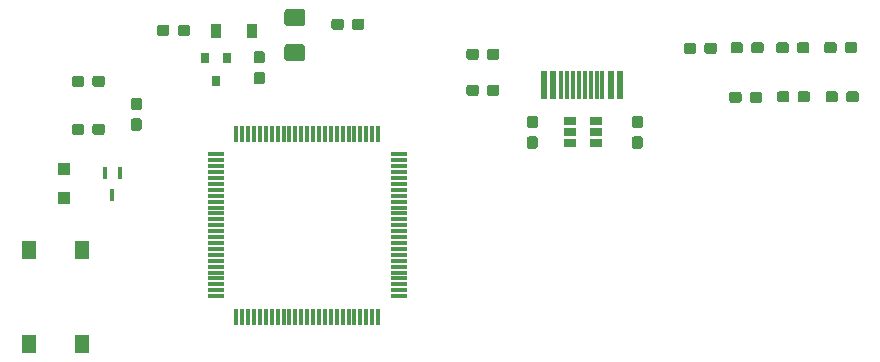
<source format=gbr>
G04 #@! TF.GenerationSoftware,KiCad,Pcbnew,(5.1.2-1)-1*
G04 #@! TF.CreationDate,2020-07-23T10:17:53-07:00*
G04 #@! TF.ProjectId,tiny-touch,74696e79-2d74-46f7-9563-682e6b696361,rev?*
G04 #@! TF.SameCoordinates,Original*
G04 #@! TF.FileFunction,Paste,Bot*
G04 #@! TF.FilePolarity,Positive*
%FSLAX46Y46*%
G04 Gerber Fmt 4.6, Leading zero omitted, Abs format (unit mm)*
G04 Created by KiCad (PCBNEW (5.1.2-1)-1) date 2020-07-23 10:17:53*
%MOMM*%
%LPD*%
G04 APERTURE LIST*
%ADD10R,1.300000X1.550000*%
%ADD11R,1.000000X1.000000*%
%ADD12R,0.600000X2.450000*%
%ADD13R,0.300000X2.450000*%
%ADD14R,1.060000X0.650000*%
%ADD15R,0.800000X0.900000*%
%ADD16C,0.100000*%
%ADD17C,0.950000*%
%ADD18R,0.400000X1.050000*%
%ADD19C,1.425000*%
%ADD20R,0.300000X1.475000*%
%ADD21R,1.475000X0.300000*%
%ADD22R,0.850000X1.200000*%
G04 APERTURE END LIST*
D10*
X119344000Y-71285000D03*
X114844000Y-71285000D03*
X114844000Y-63335000D03*
X119344000Y-63335000D03*
D11*
X117856000Y-56408000D03*
X117856000Y-58908000D03*
D12*
X164905000Y-49375000D03*
X158455000Y-49375000D03*
X164130000Y-49375000D03*
X159230000Y-49375000D03*
D13*
X159930000Y-49375000D03*
X163430000Y-49375000D03*
X160430000Y-49375000D03*
X162930000Y-49375000D03*
X160930000Y-49375000D03*
X162430000Y-49375000D03*
X161930000Y-49375000D03*
X161430000Y-49375000D03*
D14*
X160698000Y-53340000D03*
X160698000Y-52390000D03*
X160698000Y-54290000D03*
X162898000Y-54290000D03*
X162898000Y-53340000D03*
X162898000Y-52390000D03*
D15*
X130710000Y-49030000D03*
X131660000Y-47030000D03*
X129760000Y-47030000D03*
D16*
G36*
X166630779Y-51941144D02*
G01*
X166653834Y-51944563D01*
X166676443Y-51950227D01*
X166698387Y-51958079D01*
X166719457Y-51968044D01*
X166739448Y-51980026D01*
X166758168Y-51993910D01*
X166775438Y-52009562D01*
X166791090Y-52026832D01*
X166804974Y-52045552D01*
X166816956Y-52065543D01*
X166826921Y-52086613D01*
X166834773Y-52108557D01*
X166840437Y-52131166D01*
X166843856Y-52154221D01*
X166845000Y-52177500D01*
X166845000Y-52752500D01*
X166843856Y-52775779D01*
X166840437Y-52798834D01*
X166834773Y-52821443D01*
X166826921Y-52843387D01*
X166816956Y-52864457D01*
X166804974Y-52884448D01*
X166791090Y-52903168D01*
X166775438Y-52920438D01*
X166758168Y-52936090D01*
X166739448Y-52949974D01*
X166719457Y-52961956D01*
X166698387Y-52971921D01*
X166676443Y-52979773D01*
X166653834Y-52985437D01*
X166630779Y-52988856D01*
X166607500Y-52990000D01*
X166132500Y-52990000D01*
X166109221Y-52988856D01*
X166086166Y-52985437D01*
X166063557Y-52979773D01*
X166041613Y-52971921D01*
X166020543Y-52961956D01*
X166000552Y-52949974D01*
X165981832Y-52936090D01*
X165964562Y-52920438D01*
X165948910Y-52903168D01*
X165935026Y-52884448D01*
X165923044Y-52864457D01*
X165913079Y-52843387D01*
X165905227Y-52821443D01*
X165899563Y-52798834D01*
X165896144Y-52775779D01*
X165895000Y-52752500D01*
X165895000Y-52177500D01*
X165896144Y-52154221D01*
X165899563Y-52131166D01*
X165905227Y-52108557D01*
X165913079Y-52086613D01*
X165923044Y-52065543D01*
X165935026Y-52045552D01*
X165948910Y-52026832D01*
X165964562Y-52009562D01*
X165981832Y-51993910D01*
X166000552Y-51980026D01*
X166020543Y-51968044D01*
X166041613Y-51958079D01*
X166063557Y-51950227D01*
X166086166Y-51944563D01*
X166109221Y-51941144D01*
X166132500Y-51940000D01*
X166607500Y-51940000D01*
X166630779Y-51941144D01*
X166630779Y-51941144D01*
G37*
D17*
X166370000Y-52465000D03*
D16*
G36*
X166630779Y-53691144D02*
G01*
X166653834Y-53694563D01*
X166676443Y-53700227D01*
X166698387Y-53708079D01*
X166719457Y-53718044D01*
X166739448Y-53730026D01*
X166758168Y-53743910D01*
X166775438Y-53759562D01*
X166791090Y-53776832D01*
X166804974Y-53795552D01*
X166816956Y-53815543D01*
X166826921Y-53836613D01*
X166834773Y-53858557D01*
X166840437Y-53881166D01*
X166843856Y-53904221D01*
X166845000Y-53927500D01*
X166845000Y-54502500D01*
X166843856Y-54525779D01*
X166840437Y-54548834D01*
X166834773Y-54571443D01*
X166826921Y-54593387D01*
X166816956Y-54614457D01*
X166804974Y-54634448D01*
X166791090Y-54653168D01*
X166775438Y-54670438D01*
X166758168Y-54686090D01*
X166739448Y-54699974D01*
X166719457Y-54711956D01*
X166698387Y-54721921D01*
X166676443Y-54729773D01*
X166653834Y-54735437D01*
X166630779Y-54738856D01*
X166607500Y-54740000D01*
X166132500Y-54740000D01*
X166109221Y-54738856D01*
X166086166Y-54735437D01*
X166063557Y-54729773D01*
X166041613Y-54721921D01*
X166020543Y-54711956D01*
X166000552Y-54699974D01*
X165981832Y-54686090D01*
X165964562Y-54670438D01*
X165948910Y-54653168D01*
X165935026Y-54634448D01*
X165923044Y-54614457D01*
X165913079Y-54593387D01*
X165905227Y-54571443D01*
X165899563Y-54548834D01*
X165896144Y-54525779D01*
X165895000Y-54502500D01*
X165895000Y-53927500D01*
X165896144Y-53904221D01*
X165899563Y-53881166D01*
X165905227Y-53858557D01*
X165913079Y-53836613D01*
X165923044Y-53815543D01*
X165935026Y-53795552D01*
X165948910Y-53776832D01*
X165964562Y-53759562D01*
X165981832Y-53743910D01*
X166000552Y-53730026D01*
X166020543Y-53718044D01*
X166041613Y-53708079D01*
X166063557Y-53700227D01*
X166086166Y-53694563D01*
X166109221Y-53691144D01*
X166132500Y-53690000D01*
X166607500Y-53690000D01*
X166630779Y-53691144D01*
X166630779Y-53691144D01*
G37*
D17*
X166370000Y-54215000D03*
D16*
G36*
X157740779Y-53691144D02*
G01*
X157763834Y-53694563D01*
X157786443Y-53700227D01*
X157808387Y-53708079D01*
X157829457Y-53718044D01*
X157849448Y-53730026D01*
X157868168Y-53743910D01*
X157885438Y-53759562D01*
X157901090Y-53776832D01*
X157914974Y-53795552D01*
X157926956Y-53815543D01*
X157936921Y-53836613D01*
X157944773Y-53858557D01*
X157950437Y-53881166D01*
X157953856Y-53904221D01*
X157955000Y-53927500D01*
X157955000Y-54502500D01*
X157953856Y-54525779D01*
X157950437Y-54548834D01*
X157944773Y-54571443D01*
X157936921Y-54593387D01*
X157926956Y-54614457D01*
X157914974Y-54634448D01*
X157901090Y-54653168D01*
X157885438Y-54670438D01*
X157868168Y-54686090D01*
X157849448Y-54699974D01*
X157829457Y-54711956D01*
X157808387Y-54721921D01*
X157786443Y-54729773D01*
X157763834Y-54735437D01*
X157740779Y-54738856D01*
X157717500Y-54740000D01*
X157242500Y-54740000D01*
X157219221Y-54738856D01*
X157196166Y-54735437D01*
X157173557Y-54729773D01*
X157151613Y-54721921D01*
X157130543Y-54711956D01*
X157110552Y-54699974D01*
X157091832Y-54686090D01*
X157074562Y-54670438D01*
X157058910Y-54653168D01*
X157045026Y-54634448D01*
X157033044Y-54614457D01*
X157023079Y-54593387D01*
X157015227Y-54571443D01*
X157009563Y-54548834D01*
X157006144Y-54525779D01*
X157005000Y-54502500D01*
X157005000Y-53927500D01*
X157006144Y-53904221D01*
X157009563Y-53881166D01*
X157015227Y-53858557D01*
X157023079Y-53836613D01*
X157033044Y-53815543D01*
X157045026Y-53795552D01*
X157058910Y-53776832D01*
X157074562Y-53759562D01*
X157091832Y-53743910D01*
X157110552Y-53730026D01*
X157130543Y-53718044D01*
X157151613Y-53708079D01*
X157173557Y-53700227D01*
X157196166Y-53694563D01*
X157219221Y-53691144D01*
X157242500Y-53690000D01*
X157717500Y-53690000D01*
X157740779Y-53691144D01*
X157740779Y-53691144D01*
G37*
D17*
X157480000Y-54215000D03*
D16*
G36*
X157740779Y-51941144D02*
G01*
X157763834Y-51944563D01*
X157786443Y-51950227D01*
X157808387Y-51958079D01*
X157829457Y-51968044D01*
X157849448Y-51980026D01*
X157868168Y-51993910D01*
X157885438Y-52009562D01*
X157901090Y-52026832D01*
X157914974Y-52045552D01*
X157926956Y-52065543D01*
X157936921Y-52086613D01*
X157944773Y-52108557D01*
X157950437Y-52131166D01*
X157953856Y-52154221D01*
X157955000Y-52177500D01*
X157955000Y-52752500D01*
X157953856Y-52775779D01*
X157950437Y-52798834D01*
X157944773Y-52821443D01*
X157936921Y-52843387D01*
X157926956Y-52864457D01*
X157914974Y-52884448D01*
X157901090Y-52903168D01*
X157885438Y-52920438D01*
X157868168Y-52936090D01*
X157849448Y-52949974D01*
X157829457Y-52961956D01*
X157808387Y-52971921D01*
X157786443Y-52979773D01*
X157763834Y-52985437D01*
X157740779Y-52988856D01*
X157717500Y-52990000D01*
X157242500Y-52990000D01*
X157219221Y-52988856D01*
X157196166Y-52985437D01*
X157173557Y-52979773D01*
X157151613Y-52971921D01*
X157130543Y-52961956D01*
X157110552Y-52949974D01*
X157091832Y-52936090D01*
X157074562Y-52920438D01*
X157058910Y-52903168D01*
X157045026Y-52884448D01*
X157033044Y-52864457D01*
X157023079Y-52843387D01*
X157015227Y-52821443D01*
X157009563Y-52798834D01*
X157006144Y-52775779D01*
X157005000Y-52752500D01*
X157005000Y-52177500D01*
X157006144Y-52154221D01*
X157009563Y-52131166D01*
X157015227Y-52108557D01*
X157023079Y-52086613D01*
X157033044Y-52065543D01*
X157045026Y-52045552D01*
X157058910Y-52026832D01*
X157074562Y-52009562D01*
X157091832Y-51993910D01*
X157110552Y-51980026D01*
X157130543Y-51968044D01*
X157151613Y-51958079D01*
X157173557Y-51950227D01*
X157196166Y-51944563D01*
X157219221Y-51941144D01*
X157242500Y-51940000D01*
X157717500Y-51940000D01*
X157740779Y-51941144D01*
X157740779Y-51941144D01*
G37*
D17*
X157480000Y-52465000D03*
D16*
G36*
X121073779Y-52612144D02*
G01*
X121096834Y-52615563D01*
X121119443Y-52621227D01*
X121141387Y-52629079D01*
X121162457Y-52639044D01*
X121182448Y-52651026D01*
X121201168Y-52664910D01*
X121218438Y-52680562D01*
X121234090Y-52697832D01*
X121247974Y-52716552D01*
X121259956Y-52736543D01*
X121269921Y-52757613D01*
X121277773Y-52779557D01*
X121283437Y-52802166D01*
X121286856Y-52825221D01*
X121288000Y-52848500D01*
X121288000Y-53323500D01*
X121286856Y-53346779D01*
X121283437Y-53369834D01*
X121277773Y-53392443D01*
X121269921Y-53414387D01*
X121259956Y-53435457D01*
X121247974Y-53455448D01*
X121234090Y-53474168D01*
X121218438Y-53491438D01*
X121201168Y-53507090D01*
X121182448Y-53520974D01*
X121162457Y-53532956D01*
X121141387Y-53542921D01*
X121119443Y-53550773D01*
X121096834Y-53556437D01*
X121073779Y-53559856D01*
X121050500Y-53561000D01*
X120475500Y-53561000D01*
X120452221Y-53559856D01*
X120429166Y-53556437D01*
X120406557Y-53550773D01*
X120384613Y-53542921D01*
X120363543Y-53532956D01*
X120343552Y-53520974D01*
X120324832Y-53507090D01*
X120307562Y-53491438D01*
X120291910Y-53474168D01*
X120278026Y-53455448D01*
X120266044Y-53435457D01*
X120256079Y-53414387D01*
X120248227Y-53392443D01*
X120242563Y-53369834D01*
X120239144Y-53346779D01*
X120238000Y-53323500D01*
X120238000Y-52848500D01*
X120239144Y-52825221D01*
X120242563Y-52802166D01*
X120248227Y-52779557D01*
X120256079Y-52757613D01*
X120266044Y-52736543D01*
X120278026Y-52716552D01*
X120291910Y-52697832D01*
X120307562Y-52680562D01*
X120324832Y-52664910D01*
X120343552Y-52651026D01*
X120363543Y-52639044D01*
X120384613Y-52629079D01*
X120406557Y-52621227D01*
X120429166Y-52615563D01*
X120452221Y-52612144D01*
X120475500Y-52611000D01*
X121050500Y-52611000D01*
X121073779Y-52612144D01*
X121073779Y-52612144D01*
G37*
D17*
X120763000Y-53086000D03*
D16*
G36*
X119323779Y-52612144D02*
G01*
X119346834Y-52615563D01*
X119369443Y-52621227D01*
X119391387Y-52629079D01*
X119412457Y-52639044D01*
X119432448Y-52651026D01*
X119451168Y-52664910D01*
X119468438Y-52680562D01*
X119484090Y-52697832D01*
X119497974Y-52716552D01*
X119509956Y-52736543D01*
X119519921Y-52757613D01*
X119527773Y-52779557D01*
X119533437Y-52802166D01*
X119536856Y-52825221D01*
X119538000Y-52848500D01*
X119538000Y-53323500D01*
X119536856Y-53346779D01*
X119533437Y-53369834D01*
X119527773Y-53392443D01*
X119519921Y-53414387D01*
X119509956Y-53435457D01*
X119497974Y-53455448D01*
X119484090Y-53474168D01*
X119468438Y-53491438D01*
X119451168Y-53507090D01*
X119432448Y-53520974D01*
X119412457Y-53532956D01*
X119391387Y-53542921D01*
X119369443Y-53550773D01*
X119346834Y-53556437D01*
X119323779Y-53559856D01*
X119300500Y-53561000D01*
X118725500Y-53561000D01*
X118702221Y-53559856D01*
X118679166Y-53556437D01*
X118656557Y-53550773D01*
X118634613Y-53542921D01*
X118613543Y-53532956D01*
X118593552Y-53520974D01*
X118574832Y-53507090D01*
X118557562Y-53491438D01*
X118541910Y-53474168D01*
X118528026Y-53455448D01*
X118516044Y-53435457D01*
X118506079Y-53414387D01*
X118498227Y-53392443D01*
X118492563Y-53369834D01*
X118489144Y-53346779D01*
X118488000Y-53323500D01*
X118488000Y-52848500D01*
X118489144Y-52825221D01*
X118492563Y-52802166D01*
X118498227Y-52779557D01*
X118506079Y-52757613D01*
X118516044Y-52736543D01*
X118528026Y-52716552D01*
X118541910Y-52697832D01*
X118557562Y-52680562D01*
X118574832Y-52664910D01*
X118593552Y-52651026D01*
X118613543Y-52639044D01*
X118634613Y-52629079D01*
X118656557Y-52621227D01*
X118679166Y-52615563D01*
X118702221Y-52612144D01*
X118725500Y-52611000D01*
X119300500Y-52611000D01*
X119323779Y-52612144D01*
X119323779Y-52612144D01*
G37*
D17*
X119013000Y-53086000D03*
D16*
G36*
X154488779Y-46262144D02*
G01*
X154511834Y-46265563D01*
X154534443Y-46271227D01*
X154556387Y-46279079D01*
X154577457Y-46289044D01*
X154597448Y-46301026D01*
X154616168Y-46314910D01*
X154633438Y-46330562D01*
X154649090Y-46347832D01*
X154662974Y-46366552D01*
X154674956Y-46386543D01*
X154684921Y-46407613D01*
X154692773Y-46429557D01*
X154698437Y-46452166D01*
X154701856Y-46475221D01*
X154703000Y-46498500D01*
X154703000Y-46973500D01*
X154701856Y-46996779D01*
X154698437Y-47019834D01*
X154692773Y-47042443D01*
X154684921Y-47064387D01*
X154674956Y-47085457D01*
X154662974Y-47105448D01*
X154649090Y-47124168D01*
X154633438Y-47141438D01*
X154616168Y-47157090D01*
X154597448Y-47170974D01*
X154577457Y-47182956D01*
X154556387Y-47192921D01*
X154534443Y-47200773D01*
X154511834Y-47206437D01*
X154488779Y-47209856D01*
X154465500Y-47211000D01*
X153890500Y-47211000D01*
X153867221Y-47209856D01*
X153844166Y-47206437D01*
X153821557Y-47200773D01*
X153799613Y-47192921D01*
X153778543Y-47182956D01*
X153758552Y-47170974D01*
X153739832Y-47157090D01*
X153722562Y-47141438D01*
X153706910Y-47124168D01*
X153693026Y-47105448D01*
X153681044Y-47085457D01*
X153671079Y-47064387D01*
X153663227Y-47042443D01*
X153657563Y-47019834D01*
X153654144Y-46996779D01*
X153653000Y-46973500D01*
X153653000Y-46498500D01*
X153654144Y-46475221D01*
X153657563Y-46452166D01*
X153663227Y-46429557D01*
X153671079Y-46407613D01*
X153681044Y-46386543D01*
X153693026Y-46366552D01*
X153706910Y-46347832D01*
X153722562Y-46330562D01*
X153739832Y-46314910D01*
X153758552Y-46301026D01*
X153778543Y-46289044D01*
X153799613Y-46279079D01*
X153821557Y-46271227D01*
X153844166Y-46265563D01*
X153867221Y-46262144D01*
X153890500Y-46261000D01*
X154465500Y-46261000D01*
X154488779Y-46262144D01*
X154488779Y-46262144D01*
G37*
D17*
X154178000Y-46736000D03*
D16*
G36*
X152738779Y-46262144D02*
G01*
X152761834Y-46265563D01*
X152784443Y-46271227D01*
X152806387Y-46279079D01*
X152827457Y-46289044D01*
X152847448Y-46301026D01*
X152866168Y-46314910D01*
X152883438Y-46330562D01*
X152899090Y-46347832D01*
X152912974Y-46366552D01*
X152924956Y-46386543D01*
X152934921Y-46407613D01*
X152942773Y-46429557D01*
X152948437Y-46452166D01*
X152951856Y-46475221D01*
X152953000Y-46498500D01*
X152953000Y-46973500D01*
X152951856Y-46996779D01*
X152948437Y-47019834D01*
X152942773Y-47042443D01*
X152934921Y-47064387D01*
X152924956Y-47085457D01*
X152912974Y-47105448D01*
X152899090Y-47124168D01*
X152883438Y-47141438D01*
X152866168Y-47157090D01*
X152847448Y-47170974D01*
X152827457Y-47182956D01*
X152806387Y-47192921D01*
X152784443Y-47200773D01*
X152761834Y-47206437D01*
X152738779Y-47209856D01*
X152715500Y-47211000D01*
X152140500Y-47211000D01*
X152117221Y-47209856D01*
X152094166Y-47206437D01*
X152071557Y-47200773D01*
X152049613Y-47192921D01*
X152028543Y-47182956D01*
X152008552Y-47170974D01*
X151989832Y-47157090D01*
X151972562Y-47141438D01*
X151956910Y-47124168D01*
X151943026Y-47105448D01*
X151931044Y-47085457D01*
X151921079Y-47064387D01*
X151913227Y-47042443D01*
X151907563Y-47019834D01*
X151904144Y-46996779D01*
X151903000Y-46973500D01*
X151903000Y-46498500D01*
X151904144Y-46475221D01*
X151907563Y-46452166D01*
X151913227Y-46429557D01*
X151921079Y-46407613D01*
X151931044Y-46386543D01*
X151943026Y-46366552D01*
X151956910Y-46347832D01*
X151972562Y-46330562D01*
X151989832Y-46314910D01*
X152008552Y-46301026D01*
X152028543Y-46289044D01*
X152049613Y-46279079D01*
X152071557Y-46271227D01*
X152094166Y-46265563D01*
X152117221Y-46262144D01*
X152140500Y-46261000D01*
X152715500Y-46261000D01*
X152738779Y-46262144D01*
X152738779Y-46262144D01*
G37*
D17*
X152428000Y-46736000D03*
D16*
G36*
X154488779Y-49310144D02*
G01*
X154511834Y-49313563D01*
X154534443Y-49319227D01*
X154556387Y-49327079D01*
X154577457Y-49337044D01*
X154597448Y-49349026D01*
X154616168Y-49362910D01*
X154633438Y-49378562D01*
X154649090Y-49395832D01*
X154662974Y-49414552D01*
X154674956Y-49434543D01*
X154684921Y-49455613D01*
X154692773Y-49477557D01*
X154698437Y-49500166D01*
X154701856Y-49523221D01*
X154703000Y-49546500D01*
X154703000Y-50021500D01*
X154701856Y-50044779D01*
X154698437Y-50067834D01*
X154692773Y-50090443D01*
X154684921Y-50112387D01*
X154674956Y-50133457D01*
X154662974Y-50153448D01*
X154649090Y-50172168D01*
X154633438Y-50189438D01*
X154616168Y-50205090D01*
X154597448Y-50218974D01*
X154577457Y-50230956D01*
X154556387Y-50240921D01*
X154534443Y-50248773D01*
X154511834Y-50254437D01*
X154488779Y-50257856D01*
X154465500Y-50259000D01*
X153890500Y-50259000D01*
X153867221Y-50257856D01*
X153844166Y-50254437D01*
X153821557Y-50248773D01*
X153799613Y-50240921D01*
X153778543Y-50230956D01*
X153758552Y-50218974D01*
X153739832Y-50205090D01*
X153722562Y-50189438D01*
X153706910Y-50172168D01*
X153693026Y-50153448D01*
X153681044Y-50133457D01*
X153671079Y-50112387D01*
X153663227Y-50090443D01*
X153657563Y-50067834D01*
X153654144Y-50044779D01*
X153653000Y-50021500D01*
X153653000Y-49546500D01*
X153654144Y-49523221D01*
X153657563Y-49500166D01*
X153663227Y-49477557D01*
X153671079Y-49455613D01*
X153681044Y-49434543D01*
X153693026Y-49414552D01*
X153706910Y-49395832D01*
X153722562Y-49378562D01*
X153739832Y-49362910D01*
X153758552Y-49349026D01*
X153778543Y-49337044D01*
X153799613Y-49327079D01*
X153821557Y-49319227D01*
X153844166Y-49313563D01*
X153867221Y-49310144D01*
X153890500Y-49309000D01*
X154465500Y-49309000D01*
X154488779Y-49310144D01*
X154488779Y-49310144D01*
G37*
D17*
X154178000Y-49784000D03*
D16*
G36*
X152738779Y-49310144D02*
G01*
X152761834Y-49313563D01*
X152784443Y-49319227D01*
X152806387Y-49327079D01*
X152827457Y-49337044D01*
X152847448Y-49349026D01*
X152866168Y-49362910D01*
X152883438Y-49378562D01*
X152899090Y-49395832D01*
X152912974Y-49414552D01*
X152924956Y-49434543D01*
X152934921Y-49455613D01*
X152942773Y-49477557D01*
X152948437Y-49500166D01*
X152951856Y-49523221D01*
X152953000Y-49546500D01*
X152953000Y-50021500D01*
X152951856Y-50044779D01*
X152948437Y-50067834D01*
X152942773Y-50090443D01*
X152934921Y-50112387D01*
X152924956Y-50133457D01*
X152912974Y-50153448D01*
X152899090Y-50172168D01*
X152883438Y-50189438D01*
X152866168Y-50205090D01*
X152847448Y-50218974D01*
X152827457Y-50230956D01*
X152806387Y-50240921D01*
X152784443Y-50248773D01*
X152761834Y-50254437D01*
X152738779Y-50257856D01*
X152715500Y-50259000D01*
X152140500Y-50259000D01*
X152117221Y-50257856D01*
X152094166Y-50254437D01*
X152071557Y-50248773D01*
X152049613Y-50240921D01*
X152028543Y-50230956D01*
X152008552Y-50218974D01*
X151989832Y-50205090D01*
X151972562Y-50189438D01*
X151956910Y-50172168D01*
X151943026Y-50153448D01*
X151931044Y-50133457D01*
X151921079Y-50112387D01*
X151913227Y-50090443D01*
X151907563Y-50067834D01*
X151904144Y-50044779D01*
X151903000Y-50021500D01*
X151903000Y-49546500D01*
X151904144Y-49523221D01*
X151907563Y-49500166D01*
X151913227Y-49477557D01*
X151921079Y-49455613D01*
X151931044Y-49434543D01*
X151943026Y-49414552D01*
X151956910Y-49395832D01*
X151972562Y-49378562D01*
X151989832Y-49362910D01*
X152008552Y-49349026D01*
X152028543Y-49337044D01*
X152049613Y-49327079D01*
X152071557Y-49319227D01*
X152094166Y-49313563D01*
X152117221Y-49310144D01*
X152140500Y-49309000D01*
X152715500Y-49309000D01*
X152738779Y-49310144D01*
X152738779Y-49310144D01*
G37*
D17*
X152428000Y-49784000D03*
D16*
G36*
X143058779Y-43722144D02*
G01*
X143081834Y-43725563D01*
X143104443Y-43731227D01*
X143126387Y-43739079D01*
X143147457Y-43749044D01*
X143167448Y-43761026D01*
X143186168Y-43774910D01*
X143203438Y-43790562D01*
X143219090Y-43807832D01*
X143232974Y-43826552D01*
X143244956Y-43846543D01*
X143254921Y-43867613D01*
X143262773Y-43889557D01*
X143268437Y-43912166D01*
X143271856Y-43935221D01*
X143273000Y-43958500D01*
X143273000Y-44433500D01*
X143271856Y-44456779D01*
X143268437Y-44479834D01*
X143262773Y-44502443D01*
X143254921Y-44524387D01*
X143244956Y-44545457D01*
X143232974Y-44565448D01*
X143219090Y-44584168D01*
X143203438Y-44601438D01*
X143186168Y-44617090D01*
X143167448Y-44630974D01*
X143147457Y-44642956D01*
X143126387Y-44652921D01*
X143104443Y-44660773D01*
X143081834Y-44666437D01*
X143058779Y-44669856D01*
X143035500Y-44671000D01*
X142460500Y-44671000D01*
X142437221Y-44669856D01*
X142414166Y-44666437D01*
X142391557Y-44660773D01*
X142369613Y-44652921D01*
X142348543Y-44642956D01*
X142328552Y-44630974D01*
X142309832Y-44617090D01*
X142292562Y-44601438D01*
X142276910Y-44584168D01*
X142263026Y-44565448D01*
X142251044Y-44545457D01*
X142241079Y-44524387D01*
X142233227Y-44502443D01*
X142227563Y-44479834D01*
X142224144Y-44456779D01*
X142223000Y-44433500D01*
X142223000Y-43958500D01*
X142224144Y-43935221D01*
X142227563Y-43912166D01*
X142233227Y-43889557D01*
X142241079Y-43867613D01*
X142251044Y-43846543D01*
X142263026Y-43826552D01*
X142276910Y-43807832D01*
X142292562Y-43790562D01*
X142309832Y-43774910D01*
X142328552Y-43761026D01*
X142348543Y-43749044D01*
X142369613Y-43739079D01*
X142391557Y-43731227D01*
X142414166Y-43725563D01*
X142437221Y-43722144D01*
X142460500Y-43721000D01*
X143035500Y-43721000D01*
X143058779Y-43722144D01*
X143058779Y-43722144D01*
G37*
D17*
X142748000Y-44196000D03*
D16*
G36*
X141308779Y-43722144D02*
G01*
X141331834Y-43725563D01*
X141354443Y-43731227D01*
X141376387Y-43739079D01*
X141397457Y-43749044D01*
X141417448Y-43761026D01*
X141436168Y-43774910D01*
X141453438Y-43790562D01*
X141469090Y-43807832D01*
X141482974Y-43826552D01*
X141494956Y-43846543D01*
X141504921Y-43867613D01*
X141512773Y-43889557D01*
X141518437Y-43912166D01*
X141521856Y-43935221D01*
X141523000Y-43958500D01*
X141523000Y-44433500D01*
X141521856Y-44456779D01*
X141518437Y-44479834D01*
X141512773Y-44502443D01*
X141504921Y-44524387D01*
X141494956Y-44545457D01*
X141482974Y-44565448D01*
X141469090Y-44584168D01*
X141453438Y-44601438D01*
X141436168Y-44617090D01*
X141417448Y-44630974D01*
X141397457Y-44642956D01*
X141376387Y-44652921D01*
X141354443Y-44660773D01*
X141331834Y-44666437D01*
X141308779Y-44669856D01*
X141285500Y-44671000D01*
X140710500Y-44671000D01*
X140687221Y-44669856D01*
X140664166Y-44666437D01*
X140641557Y-44660773D01*
X140619613Y-44652921D01*
X140598543Y-44642956D01*
X140578552Y-44630974D01*
X140559832Y-44617090D01*
X140542562Y-44601438D01*
X140526910Y-44584168D01*
X140513026Y-44565448D01*
X140501044Y-44545457D01*
X140491079Y-44524387D01*
X140483227Y-44502443D01*
X140477563Y-44479834D01*
X140474144Y-44456779D01*
X140473000Y-44433500D01*
X140473000Y-43958500D01*
X140474144Y-43935221D01*
X140477563Y-43912166D01*
X140483227Y-43889557D01*
X140491079Y-43867613D01*
X140501044Y-43846543D01*
X140513026Y-43826552D01*
X140526910Y-43807832D01*
X140542562Y-43790562D01*
X140559832Y-43774910D01*
X140578552Y-43761026D01*
X140598543Y-43749044D01*
X140619613Y-43739079D01*
X140641557Y-43731227D01*
X140664166Y-43725563D01*
X140687221Y-43722144D01*
X140710500Y-43721000D01*
X141285500Y-43721000D01*
X141308779Y-43722144D01*
X141308779Y-43722144D01*
G37*
D17*
X140998000Y-44196000D03*
D18*
X121920000Y-58660000D03*
X122570000Y-56760000D03*
X121270000Y-56760000D03*
D16*
G36*
X138029504Y-45886204D02*
G01*
X138053773Y-45889804D01*
X138077571Y-45895765D01*
X138100671Y-45904030D01*
X138122849Y-45914520D01*
X138143893Y-45927133D01*
X138163598Y-45941747D01*
X138181777Y-45958223D01*
X138198253Y-45976402D01*
X138212867Y-45996107D01*
X138225480Y-46017151D01*
X138235970Y-46039329D01*
X138244235Y-46062429D01*
X138250196Y-46086227D01*
X138253796Y-46110496D01*
X138255000Y-46135000D01*
X138255000Y-47060000D01*
X138253796Y-47084504D01*
X138250196Y-47108773D01*
X138244235Y-47132571D01*
X138235970Y-47155671D01*
X138225480Y-47177849D01*
X138212867Y-47198893D01*
X138198253Y-47218598D01*
X138181777Y-47236777D01*
X138163598Y-47253253D01*
X138143893Y-47267867D01*
X138122849Y-47280480D01*
X138100671Y-47290970D01*
X138077571Y-47299235D01*
X138053773Y-47305196D01*
X138029504Y-47308796D01*
X138005000Y-47310000D01*
X136755000Y-47310000D01*
X136730496Y-47308796D01*
X136706227Y-47305196D01*
X136682429Y-47299235D01*
X136659329Y-47290970D01*
X136637151Y-47280480D01*
X136616107Y-47267867D01*
X136596402Y-47253253D01*
X136578223Y-47236777D01*
X136561747Y-47218598D01*
X136547133Y-47198893D01*
X136534520Y-47177849D01*
X136524030Y-47155671D01*
X136515765Y-47132571D01*
X136509804Y-47108773D01*
X136506204Y-47084504D01*
X136505000Y-47060000D01*
X136505000Y-46135000D01*
X136506204Y-46110496D01*
X136509804Y-46086227D01*
X136515765Y-46062429D01*
X136524030Y-46039329D01*
X136534520Y-46017151D01*
X136547133Y-45996107D01*
X136561747Y-45976402D01*
X136578223Y-45958223D01*
X136596402Y-45941747D01*
X136616107Y-45927133D01*
X136637151Y-45914520D01*
X136659329Y-45904030D01*
X136682429Y-45895765D01*
X136706227Y-45889804D01*
X136730496Y-45886204D01*
X136755000Y-45885000D01*
X138005000Y-45885000D01*
X138029504Y-45886204D01*
X138029504Y-45886204D01*
G37*
D19*
X137380000Y-46597500D03*
D16*
G36*
X138029504Y-42911204D02*
G01*
X138053773Y-42914804D01*
X138077571Y-42920765D01*
X138100671Y-42929030D01*
X138122849Y-42939520D01*
X138143893Y-42952133D01*
X138163598Y-42966747D01*
X138181777Y-42983223D01*
X138198253Y-43001402D01*
X138212867Y-43021107D01*
X138225480Y-43042151D01*
X138235970Y-43064329D01*
X138244235Y-43087429D01*
X138250196Y-43111227D01*
X138253796Y-43135496D01*
X138255000Y-43160000D01*
X138255000Y-44085000D01*
X138253796Y-44109504D01*
X138250196Y-44133773D01*
X138244235Y-44157571D01*
X138235970Y-44180671D01*
X138225480Y-44202849D01*
X138212867Y-44223893D01*
X138198253Y-44243598D01*
X138181777Y-44261777D01*
X138163598Y-44278253D01*
X138143893Y-44292867D01*
X138122849Y-44305480D01*
X138100671Y-44315970D01*
X138077571Y-44324235D01*
X138053773Y-44330196D01*
X138029504Y-44333796D01*
X138005000Y-44335000D01*
X136755000Y-44335000D01*
X136730496Y-44333796D01*
X136706227Y-44330196D01*
X136682429Y-44324235D01*
X136659329Y-44315970D01*
X136637151Y-44305480D01*
X136616107Y-44292867D01*
X136596402Y-44278253D01*
X136578223Y-44261777D01*
X136561747Y-44243598D01*
X136547133Y-44223893D01*
X136534520Y-44202849D01*
X136524030Y-44180671D01*
X136515765Y-44157571D01*
X136509804Y-44133773D01*
X136506204Y-44109504D01*
X136505000Y-44085000D01*
X136505000Y-43160000D01*
X136506204Y-43135496D01*
X136509804Y-43111227D01*
X136515765Y-43087429D01*
X136524030Y-43064329D01*
X136534520Y-43042151D01*
X136547133Y-43021107D01*
X136561747Y-43001402D01*
X136578223Y-42983223D01*
X136596402Y-42966747D01*
X136616107Y-42952133D01*
X136637151Y-42939520D01*
X136659329Y-42929030D01*
X136682429Y-42920765D01*
X136706227Y-42914804D01*
X136730496Y-42911204D01*
X136755000Y-42910000D01*
X138005000Y-42910000D01*
X138029504Y-42911204D01*
X138029504Y-42911204D01*
G37*
D19*
X137380000Y-43622500D03*
D20*
X132430000Y-68952000D03*
X132930000Y-68952000D03*
X133430000Y-68952000D03*
X133930000Y-68952000D03*
X134430000Y-68952000D03*
X134930000Y-68952000D03*
X135430000Y-68952000D03*
X135930000Y-68952000D03*
X136430000Y-68952000D03*
X136930000Y-68952000D03*
X137430000Y-68952000D03*
X137930000Y-68952000D03*
X138430000Y-68952000D03*
X138930000Y-68952000D03*
X139430000Y-68952000D03*
X139930000Y-68952000D03*
X140430000Y-68952000D03*
X140930000Y-68952000D03*
X141430000Y-68952000D03*
X141930000Y-68952000D03*
X142430000Y-68952000D03*
X142930000Y-68952000D03*
X143430000Y-68952000D03*
X143930000Y-68952000D03*
X144430000Y-68952000D03*
D21*
X146168000Y-67214000D03*
X146168000Y-66714000D03*
X146168000Y-66214000D03*
X146168000Y-65714000D03*
X146168000Y-65214000D03*
X146168000Y-64714000D03*
X146168000Y-64214000D03*
X146168000Y-63714000D03*
X146168000Y-63214000D03*
X146168000Y-62714000D03*
X146168000Y-62214000D03*
X146168000Y-61714000D03*
X146168000Y-61214000D03*
X146168000Y-60714000D03*
X146168000Y-60214000D03*
X146168000Y-59714000D03*
X146168000Y-59214000D03*
X146168000Y-58714000D03*
X146168000Y-58214000D03*
X146168000Y-57714000D03*
X146168000Y-57214000D03*
X146168000Y-56714000D03*
X146168000Y-56214000D03*
X146168000Y-55714000D03*
X146168000Y-55214000D03*
D20*
X144430000Y-53476000D03*
X143930000Y-53476000D03*
X143430000Y-53476000D03*
X142930000Y-53476000D03*
X142430000Y-53476000D03*
X141930000Y-53476000D03*
X141430000Y-53476000D03*
X140930000Y-53476000D03*
X140430000Y-53476000D03*
X139930000Y-53476000D03*
X139430000Y-53476000D03*
X138930000Y-53476000D03*
X138430000Y-53476000D03*
X137930000Y-53476000D03*
X137430000Y-53476000D03*
X136930000Y-53476000D03*
X136430000Y-53476000D03*
X135930000Y-53476000D03*
X135430000Y-53476000D03*
X134930000Y-53476000D03*
X134430000Y-53476000D03*
X133930000Y-53476000D03*
X133430000Y-53476000D03*
X132930000Y-53476000D03*
X132430000Y-53476000D03*
D21*
X130692000Y-55214000D03*
X130692000Y-55714000D03*
X130692000Y-56214000D03*
X130692000Y-56714000D03*
X130692000Y-57214000D03*
X130692000Y-57714000D03*
X130692000Y-58214000D03*
X130692000Y-58714000D03*
X130692000Y-59214000D03*
X130692000Y-59714000D03*
X130692000Y-60214000D03*
X130692000Y-60714000D03*
X130692000Y-61214000D03*
X130692000Y-61714000D03*
X130692000Y-62214000D03*
X130692000Y-62714000D03*
X130692000Y-63214000D03*
X130692000Y-63714000D03*
X130692000Y-64214000D03*
X130692000Y-64714000D03*
X130692000Y-65214000D03*
X130692000Y-65714000D03*
X130692000Y-66214000D03*
X130692000Y-66714000D03*
X130692000Y-67214000D03*
D22*
X133755000Y-44770000D03*
X130705000Y-44770000D03*
D16*
G36*
X124212779Y-50417144D02*
G01*
X124235834Y-50420563D01*
X124258443Y-50426227D01*
X124280387Y-50434079D01*
X124301457Y-50444044D01*
X124321448Y-50456026D01*
X124340168Y-50469910D01*
X124357438Y-50485562D01*
X124373090Y-50502832D01*
X124386974Y-50521552D01*
X124398956Y-50541543D01*
X124408921Y-50562613D01*
X124416773Y-50584557D01*
X124422437Y-50607166D01*
X124425856Y-50630221D01*
X124427000Y-50653500D01*
X124427000Y-51228500D01*
X124425856Y-51251779D01*
X124422437Y-51274834D01*
X124416773Y-51297443D01*
X124408921Y-51319387D01*
X124398956Y-51340457D01*
X124386974Y-51360448D01*
X124373090Y-51379168D01*
X124357438Y-51396438D01*
X124340168Y-51412090D01*
X124321448Y-51425974D01*
X124301457Y-51437956D01*
X124280387Y-51447921D01*
X124258443Y-51455773D01*
X124235834Y-51461437D01*
X124212779Y-51464856D01*
X124189500Y-51466000D01*
X123714500Y-51466000D01*
X123691221Y-51464856D01*
X123668166Y-51461437D01*
X123645557Y-51455773D01*
X123623613Y-51447921D01*
X123602543Y-51437956D01*
X123582552Y-51425974D01*
X123563832Y-51412090D01*
X123546562Y-51396438D01*
X123530910Y-51379168D01*
X123517026Y-51360448D01*
X123505044Y-51340457D01*
X123495079Y-51319387D01*
X123487227Y-51297443D01*
X123481563Y-51274834D01*
X123478144Y-51251779D01*
X123477000Y-51228500D01*
X123477000Y-50653500D01*
X123478144Y-50630221D01*
X123481563Y-50607166D01*
X123487227Y-50584557D01*
X123495079Y-50562613D01*
X123505044Y-50541543D01*
X123517026Y-50521552D01*
X123530910Y-50502832D01*
X123546562Y-50485562D01*
X123563832Y-50469910D01*
X123582552Y-50456026D01*
X123602543Y-50444044D01*
X123623613Y-50434079D01*
X123645557Y-50426227D01*
X123668166Y-50420563D01*
X123691221Y-50417144D01*
X123714500Y-50416000D01*
X124189500Y-50416000D01*
X124212779Y-50417144D01*
X124212779Y-50417144D01*
G37*
D17*
X123952000Y-50941000D03*
D16*
G36*
X124212779Y-52167144D02*
G01*
X124235834Y-52170563D01*
X124258443Y-52176227D01*
X124280387Y-52184079D01*
X124301457Y-52194044D01*
X124321448Y-52206026D01*
X124340168Y-52219910D01*
X124357438Y-52235562D01*
X124373090Y-52252832D01*
X124386974Y-52271552D01*
X124398956Y-52291543D01*
X124408921Y-52312613D01*
X124416773Y-52334557D01*
X124422437Y-52357166D01*
X124425856Y-52380221D01*
X124427000Y-52403500D01*
X124427000Y-52978500D01*
X124425856Y-53001779D01*
X124422437Y-53024834D01*
X124416773Y-53047443D01*
X124408921Y-53069387D01*
X124398956Y-53090457D01*
X124386974Y-53110448D01*
X124373090Y-53129168D01*
X124357438Y-53146438D01*
X124340168Y-53162090D01*
X124321448Y-53175974D01*
X124301457Y-53187956D01*
X124280387Y-53197921D01*
X124258443Y-53205773D01*
X124235834Y-53211437D01*
X124212779Y-53214856D01*
X124189500Y-53216000D01*
X123714500Y-53216000D01*
X123691221Y-53214856D01*
X123668166Y-53211437D01*
X123645557Y-53205773D01*
X123623613Y-53197921D01*
X123602543Y-53187956D01*
X123582552Y-53175974D01*
X123563832Y-53162090D01*
X123546562Y-53146438D01*
X123530910Y-53129168D01*
X123517026Y-53110448D01*
X123505044Y-53090457D01*
X123495079Y-53069387D01*
X123487227Y-53047443D01*
X123481563Y-53024834D01*
X123478144Y-53001779D01*
X123477000Y-52978500D01*
X123477000Y-52403500D01*
X123478144Y-52380221D01*
X123481563Y-52357166D01*
X123487227Y-52334557D01*
X123495079Y-52312613D01*
X123505044Y-52291543D01*
X123517026Y-52271552D01*
X123530910Y-52252832D01*
X123546562Y-52235562D01*
X123563832Y-52219910D01*
X123582552Y-52206026D01*
X123602543Y-52194044D01*
X123623613Y-52184079D01*
X123645557Y-52176227D01*
X123668166Y-52170563D01*
X123691221Y-52167144D01*
X123714500Y-52166000D01*
X124189500Y-52166000D01*
X124212779Y-52167144D01*
X124212779Y-52167144D01*
G37*
D17*
X123952000Y-52691000D03*
D16*
G36*
X121073779Y-48548144D02*
G01*
X121096834Y-48551563D01*
X121119443Y-48557227D01*
X121141387Y-48565079D01*
X121162457Y-48575044D01*
X121182448Y-48587026D01*
X121201168Y-48600910D01*
X121218438Y-48616562D01*
X121234090Y-48633832D01*
X121247974Y-48652552D01*
X121259956Y-48672543D01*
X121269921Y-48693613D01*
X121277773Y-48715557D01*
X121283437Y-48738166D01*
X121286856Y-48761221D01*
X121288000Y-48784500D01*
X121288000Y-49259500D01*
X121286856Y-49282779D01*
X121283437Y-49305834D01*
X121277773Y-49328443D01*
X121269921Y-49350387D01*
X121259956Y-49371457D01*
X121247974Y-49391448D01*
X121234090Y-49410168D01*
X121218438Y-49427438D01*
X121201168Y-49443090D01*
X121182448Y-49456974D01*
X121162457Y-49468956D01*
X121141387Y-49478921D01*
X121119443Y-49486773D01*
X121096834Y-49492437D01*
X121073779Y-49495856D01*
X121050500Y-49497000D01*
X120475500Y-49497000D01*
X120452221Y-49495856D01*
X120429166Y-49492437D01*
X120406557Y-49486773D01*
X120384613Y-49478921D01*
X120363543Y-49468956D01*
X120343552Y-49456974D01*
X120324832Y-49443090D01*
X120307562Y-49427438D01*
X120291910Y-49410168D01*
X120278026Y-49391448D01*
X120266044Y-49371457D01*
X120256079Y-49350387D01*
X120248227Y-49328443D01*
X120242563Y-49305834D01*
X120239144Y-49282779D01*
X120238000Y-49259500D01*
X120238000Y-48784500D01*
X120239144Y-48761221D01*
X120242563Y-48738166D01*
X120248227Y-48715557D01*
X120256079Y-48693613D01*
X120266044Y-48672543D01*
X120278026Y-48652552D01*
X120291910Y-48633832D01*
X120307562Y-48616562D01*
X120324832Y-48600910D01*
X120343552Y-48587026D01*
X120363543Y-48575044D01*
X120384613Y-48565079D01*
X120406557Y-48557227D01*
X120429166Y-48551563D01*
X120452221Y-48548144D01*
X120475500Y-48547000D01*
X121050500Y-48547000D01*
X121073779Y-48548144D01*
X121073779Y-48548144D01*
G37*
D17*
X120763000Y-49022000D03*
D16*
G36*
X119323779Y-48548144D02*
G01*
X119346834Y-48551563D01*
X119369443Y-48557227D01*
X119391387Y-48565079D01*
X119412457Y-48575044D01*
X119432448Y-48587026D01*
X119451168Y-48600910D01*
X119468438Y-48616562D01*
X119484090Y-48633832D01*
X119497974Y-48652552D01*
X119509956Y-48672543D01*
X119519921Y-48693613D01*
X119527773Y-48715557D01*
X119533437Y-48738166D01*
X119536856Y-48761221D01*
X119538000Y-48784500D01*
X119538000Y-49259500D01*
X119536856Y-49282779D01*
X119533437Y-49305834D01*
X119527773Y-49328443D01*
X119519921Y-49350387D01*
X119509956Y-49371457D01*
X119497974Y-49391448D01*
X119484090Y-49410168D01*
X119468438Y-49427438D01*
X119451168Y-49443090D01*
X119432448Y-49456974D01*
X119412457Y-49468956D01*
X119391387Y-49478921D01*
X119369443Y-49486773D01*
X119346834Y-49492437D01*
X119323779Y-49495856D01*
X119300500Y-49497000D01*
X118725500Y-49497000D01*
X118702221Y-49495856D01*
X118679166Y-49492437D01*
X118656557Y-49486773D01*
X118634613Y-49478921D01*
X118613543Y-49468956D01*
X118593552Y-49456974D01*
X118574832Y-49443090D01*
X118557562Y-49427438D01*
X118541910Y-49410168D01*
X118528026Y-49391448D01*
X118516044Y-49371457D01*
X118506079Y-49350387D01*
X118498227Y-49328443D01*
X118492563Y-49305834D01*
X118489144Y-49282779D01*
X118488000Y-49259500D01*
X118488000Y-48784500D01*
X118489144Y-48761221D01*
X118492563Y-48738166D01*
X118498227Y-48715557D01*
X118506079Y-48693613D01*
X118516044Y-48672543D01*
X118528026Y-48652552D01*
X118541910Y-48633832D01*
X118557562Y-48616562D01*
X118574832Y-48600910D01*
X118593552Y-48587026D01*
X118613543Y-48575044D01*
X118634613Y-48565079D01*
X118656557Y-48557227D01*
X118679166Y-48551563D01*
X118702221Y-48548144D01*
X118725500Y-48547000D01*
X119300500Y-48547000D01*
X119323779Y-48548144D01*
X119323779Y-48548144D01*
G37*
D17*
X119013000Y-49022000D03*
D16*
G36*
X176741779Y-49908144D02*
G01*
X176764834Y-49911563D01*
X176787443Y-49917227D01*
X176809387Y-49925079D01*
X176830457Y-49935044D01*
X176850448Y-49947026D01*
X176869168Y-49960910D01*
X176886438Y-49976562D01*
X176902090Y-49993832D01*
X176915974Y-50012552D01*
X176927956Y-50032543D01*
X176937921Y-50053613D01*
X176945773Y-50075557D01*
X176951437Y-50098166D01*
X176954856Y-50121221D01*
X176956000Y-50144500D01*
X176956000Y-50619500D01*
X176954856Y-50642779D01*
X176951437Y-50665834D01*
X176945773Y-50688443D01*
X176937921Y-50710387D01*
X176927956Y-50731457D01*
X176915974Y-50751448D01*
X176902090Y-50770168D01*
X176886438Y-50787438D01*
X176869168Y-50803090D01*
X176850448Y-50816974D01*
X176830457Y-50828956D01*
X176809387Y-50838921D01*
X176787443Y-50846773D01*
X176764834Y-50852437D01*
X176741779Y-50855856D01*
X176718500Y-50857000D01*
X176143500Y-50857000D01*
X176120221Y-50855856D01*
X176097166Y-50852437D01*
X176074557Y-50846773D01*
X176052613Y-50838921D01*
X176031543Y-50828956D01*
X176011552Y-50816974D01*
X175992832Y-50803090D01*
X175975562Y-50787438D01*
X175959910Y-50770168D01*
X175946026Y-50751448D01*
X175934044Y-50731457D01*
X175924079Y-50710387D01*
X175916227Y-50688443D01*
X175910563Y-50665834D01*
X175907144Y-50642779D01*
X175906000Y-50619500D01*
X175906000Y-50144500D01*
X175907144Y-50121221D01*
X175910563Y-50098166D01*
X175916227Y-50075557D01*
X175924079Y-50053613D01*
X175934044Y-50032543D01*
X175946026Y-50012552D01*
X175959910Y-49993832D01*
X175975562Y-49976562D01*
X175992832Y-49960910D01*
X176011552Y-49947026D01*
X176031543Y-49935044D01*
X176052613Y-49925079D01*
X176074557Y-49917227D01*
X176097166Y-49911563D01*
X176120221Y-49908144D01*
X176143500Y-49907000D01*
X176718500Y-49907000D01*
X176741779Y-49908144D01*
X176741779Y-49908144D01*
G37*
D17*
X176431000Y-50382000D03*
D16*
G36*
X174991779Y-49908144D02*
G01*
X175014834Y-49911563D01*
X175037443Y-49917227D01*
X175059387Y-49925079D01*
X175080457Y-49935044D01*
X175100448Y-49947026D01*
X175119168Y-49960910D01*
X175136438Y-49976562D01*
X175152090Y-49993832D01*
X175165974Y-50012552D01*
X175177956Y-50032543D01*
X175187921Y-50053613D01*
X175195773Y-50075557D01*
X175201437Y-50098166D01*
X175204856Y-50121221D01*
X175206000Y-50144500D01*
X175206000Y-50619500D01*
X175204856Y-50642779D01*
X175201437Y-50665834D01*
X175195773Y-50688443D01*
X175187921Y-50710387D01*
X175177956Y-50731457D01*
X175165974Y-50751448D01*
X175152090Y-50770168D01*
X175136438Y-50787438D01*
X175119168Y-50803090D01*
X175100448Y-50816974D01*
X175080457Y-50828956D01*
X175059387Y-50838921D01*
X175037443Y-50846773D01*
X175014834Y-50852437D01*
X174991779Y-50855856D01*
X174968500Y-50857000D01*
X174393500Y-50857000D01*
X174370221Y-50855856D01*
X174347166Y-50852437D01*
X174324557Y-50846773D01*
X174302613Y-50838921D01*
X174281543Y-50828956D01*
X174261552Y-50816974D01*
X174242832Y-50803090D01*
X174225562Y-50787438D01*
X174209910Y-50770168D01*
X174196026Y-50751448D01*
X174184044Y-50731457D01*
X174174079Y-50710387D01*
X174166227Y-50688443D01*
X174160563Y-50665834D01*
X174157144Y-50642779D01*
X174156000Y-50619500D01*
X174156000Y-50144500D01*
X174157144Y-50121221D01*
X174160563Y-50098166D01*
X174166227Y-50075557D01*
X174174079Y-50053613D01*
X174184044Y-50032543D01*
X174196026Y-50012552D01*
X174209910Y-49993832D01*
X174225562Y-49976562D01*
X174242832Y-49960910D01*
X174261552Y-49947026D01*
X174281543Y-49935044D01*
X174302613Y-49925079D01*
X174324557Y-49917227D01*
X174347166Y-49911563D01*
X174370221Y-49908144D01*
X174393500Y-49907000D01*
X174968500Y-49907000D01*
X174991779Y-49908144D01*
X174991779Y-49908144D01*
G37*
D17*
X174681000Y-50382000D03*
D16*
G36*
X180791779Y-49868144D02*
G01*
X180814834Y-49871563D01*
X180837443Y-49877227D01*
X180859387Y-49885079D01*
X180880457Y-49895044D01*
X180900448Y-49907026D01*
X180919168Y-49920910D01*
X180936438Y-49936562D01*
X180952090Y-49953832D01*
X180965974Y-49972552D01*
X180977956Y-49992543D01*
X180987921Y-50013613D01*
X180995773Y-50035557D01*
X181001437Y-50058166D01*
X181004856Y-50081221D01*
X181006000Y-50104500D01*
X181006000Y-50579500D01*
X181004856Y-50602779D01*
X181001437Y-50625834D01*
X180995773Y-50648443D01*
X180987921Y-50670387D01*
X180977956Y-50691457D01*
X180965974Y-50711448D01*
X180952090Y-50730168D01*
X180936438Y-50747438D01*
X180919168Y-50763090D01*
X180900448Y-50776974D01*
X180880457Y-50788956D01*
X180859387Y-50798921D01*
X180837443Y-50806773D01*
X180814834Y-50812437D01*
X180791779Y-50815856D01*
X180768500Y-50817000D01*
X180193500Y-50817000D01*
X180170221Y-50815856D01*
X180147166Y-50812437D01*
X180124557Y-50806773D01*
X180102613Y-50798921D01*
X180081543Y-50788956D01*
X180061552Y-50776974D01*
X180042832Y-50763090D01*
X180025562Y-50747438D01*
X180009910Y-50730168D01*
X179996026Y-50711448D01*
X179984044Y-50691457D01*
X179974079Y-50670387D01*
X179966227Y-50648443D01*
X179960563Y-50625834D01*
X179957144Y-50602779D01*
X179956000Y-50579500D01*
X179956000Y-50104500D01*
X179957144Y-50081221D01*
X179960563Y-50058166D01*
X179966227Y-50035557D01*
X179974079Y-50013613D01*
X179984044Y-49992543D01*
X179996026Y-49972552D01*
X180009910Y-49953832D01*
X180025562Y-49936562D01*
X180042832Y-49920910D01*
X180061552Y-49907026D01*
X180081543Y-49895044D01*
X180102613Y-49885079D01*
X180124557Y-49877227D01*
X180147166Y-49871563D01*
X180170221Y-49868144D01*
X180193500Y-49867000D01*
X180768500Y-49867000D01*
X180791779Y-49868144D01*
X180791779Y-49868144D01*
G37*
D17*
X180481000Y-50342000D03*
D16*
G36*
X179041779Y-49868144D02*
G01*
X179064834Y-49871563D01*
X179087443Y-49877227D01*
X179109387Y-49885079D01*
X179130457Y-49895044D01*
X179150448Y-49907026D01*
X179169168Y-49920910D01*
X179186438Y-49936562D01*
X179202090Y-49953832D01*
X179215974Y-49972552D01*
X179227956Y-49992543D01*
X179237921Y-50013613D01*
X179245773Y-50035557D01*
X179251437Y-50058166D01*
X179254856Y-50081221D01*
X179256000Y-50104500D01*
X179256000Y-50579500D01*
X179254856Y-50602779D01*
X179251437Y-50625834D01*
X179245773Y-50648443D01*
X179237921Y-50670387D01*
X179227956Y-50691457D01*
X179215974Y-50711448D01*
X179202090Y-50730168D01*
X179186438Y-50747438D01*
X179169168Y-50763090D01*
X179150448Y-50776974D01*
X179130457Y-50788956D01*
X179109387Y-50798921D01*
X179087443Y-50806773D01*
X179064834Y-50812437D01*
X179041779Y-50815856D01*
X179018500Y-50817000D01*
X178443500Y-50817000D01*
X178420221Y-50815856D01*
X178397166Y-50812437D01*
X178374557Y-50806773D01*
X178352613Y-50798921D01*
X178331543Y-50788956D01*
X178311552Y-50776974D01*
X178292832Y-50763090D01*
X178275562Y-50747438D01*
X178259910Y-50730168D01*
X178246026Y-50711448D01*
X178234044Y-50691457D01*
X178224079Y-50670387D01*
X178216227Y-50648443D01*
X178210563Y-50625834D01*
X178207144Y-50602779D01*
X178206000Y-50579500D01*
X178206000Y-50104500D01*
X178207144Y-50081221D01*
X178210563Y-50058166D01*
X178216227Y-50035557D01*
X178224079Y-50013613D01*
X178234044Y-49992543D01*
X178246026Y-49972552D01*
X178259910Y-49953832D01*
X178275562Y-49936562D01*
X178292832Y-49920910D01*
X178311552Y-49907026D01*
X178331543Y-49895044D01*
X178352613Y-49885079D01*
X178374557Y-49877227D01*
X178397166Y-49871563D01*
X178420221Y-49868144D01*
X178443500Y-49867000D01*
X179018500Y-49867000D01*
X179041779Y-49868144D01*
X179041779Y-49868144D01*
G37*
D17*
X178731000Y-50342000D03*
D16*
G36*
X184901779Y-49858144D02*
G01*
X184924834Y-49861563D01*
X184947443Y-49867227D01*
X184969387Y-49875079D01*
X184990457Y-49885044D01*
X185010448Y-49897026D01*
X185029168Y-49910910D01*
X185046438Y-49926562D01*
X185062090Y-49943832D01*
X185075974Y-49962552D01*
X185087956Y-49982543D01*
X185097921Y-50003613D01*
X185105773Y-50025557D01*
X185111437Y-50048166D01*
X185114856Y-50071221D01*
X185116000Y-50094500D01*
X185116000Y-50569500D01*
X185114856Y-50592779D01*
X185111437Y-50615834D01*
X185105773Y-50638443D01*
X185097921Y-50660387D01*
X185087956Y-50681457D01*
X185075974Y-50701448D01*
X185062090Y-50720168D01*
X185046438Y-50737438D01*
X185029168Y-50753090D01*
X185010448Y-50766974D01*
X184990457Y-50778956D01*
X184969387Y-50788921D01*
X184947443Y-50796773D01*
X184924834Y-50802437D01*
X184901779Y-50805856D01*
X184878500Y-50807000D01*
X184303500Y-50807000D01*
X184280221Y-50805856D01*
X184257166Y-50802437D01*
X184234557Y-50796773D01*
X184212613Y-50788921D01*
X184191543Y-50778956D01*
X184171552Y-50766974D01*
X184152832Y-50753090D01*
X184135562Y-50737438D01*
X184119910Y-50720168D01*
X184106026Y-50701448D01*
X184094044Y-50681457D01*
X184084079Y-50660387D01*
X184076227Y-50638443D01*
X184070563Y-50615834D01*
X184067144Y-50592779D01*
X184066000Y-50569500D01*
X184066000Y-50094500D01*
X184067144Y-50071221D01*
X184070563Y-50048166D01*
X184076227Y-50025557D01*
X184084079Y-50003613D01*
X184094044Y-49982543D01*
X184106026Y-49962552D01*
X184119910Y-49943832D01*
X184135562Y-49926562D01*
X184152832Y-49910910D01*
X184171552Y-49897026D01*
X184191543Y-49885044D01*
X184212613Y-49875079D01*
X184234557Y-49867227D01*
X184257166Y-49861563D01*
X184280221Y-49858144D01*
X184303500Y-49857000D01*
X184878500Y-49857000D01*
X184901779Y-49858144D01*
X184901779Y-49858144D01*
G37*
D17*
X184591000Y-50332000D03*
D16*
G36*
X183151779Y-49858144D02*
G01*
X183174834Y-49861563D01*
X183197443Y-49867227D01*
X183219387Y-49875079D01*
X183240457Y-49885044D01*
X183260448Y-49897026D01*
X183279168Y-49910910D01*
X183296438Y-49926562D01*
X183312090Y-49943832D01*
X183325974Y-49962552D01*
X183337956Y-49982543D01*
X183347921Y-50003613D01*
X183355773Y-50025557D01*
X183361437Y-50048166D01*
X183364856Y-50071221D01*
X183366000Y-50094500D01*
X183366000Y-50569500D01*
X183364856Y-50592779D01*
X183361437Y-50615834D01*
X183355773Y-50638443D01*
X183347921Y-50660387D01*
X183337956Y-50681457D01*
X183325974Y-50701448D01*
X183312090Y-50720168D01*
X183296438Y-50737438D01*
X183279168Y-50753090D01*
X183260448Y-50766974D01*
X183240457Y-50778956D01*
X183219387Y-50788921D01*
X183197443Y-50796773D01*
X183174834Y-50802437D01*
X183151779Y-50805856D01*
X183128500Y-50807000D01*
X182553500Y-50807000D01*
X182530221Y-50805856D01*
X182507166Y-50802437D01*
X182484557Y-50796773D01*
X182462613Y-50788921D01*
X182441543Y-50778956D01*
X182421552Y-50766974D01*
X182402832Y-50753090D01*
X182385562Y-50737438D01*
X182369910Y-50720168D01*
X182356026Y-50701448D01*
X182344044Y-50681457D01*
X182334079Y-50660387D01*
X182326227Y-50638443D01*
X182320563Y-50615834D01*
X182317144Y-50592779D01*
X182316000Y-50569500D01*
X182316000Y-50094500D01*
X182317144Y-50071221D01*
X182320563Y-50048166D01*
X182326227Y-50025557D01*
X182334079Y-50003613D01*
X182344044Y-49982543D01*
X182356026Y-49962552D01*
X182369910Y-49943832D01*
X182385562Y-49926562D01*
X182402832Y-49910910D01*
X182421552Y-49897026D01*
X182441543Y-49885044D01*
X182462613Y-49875079D01*
X182484557Y-49867227D01*
X182507166Y-49861563D01*
X182530221Y-49858144D01*
X182553500Y-49857000D01*
X183128500Y-49857000D01*
X183151779Y-49858144D01*
X183151779Y-49858144D01*
G37*
D17*
X182841000Y-50332000D03*
D16*
G36*
X172889779Y-45754144D02*
G01*
X172912834Y-45757563D01*
X172935443Y-45763227D01*
X172957387Y-45771079D01*
X172978457Y-45781044D01*
X172998448Y-45793026D01*
X173017168Y-45806910D01*
X173034438Y-45822562D01*
X173050090Y-45839832D01*
X173063974Y-45858552D01*
X173075956Y-45878543D01*
X173085921Y-45899613D01*
X173093773Y-45921557D01*
X173099437Y-45944166D01*
X173102856Y-45967221D01*
X173104000Y-45990500D01*
X173104000Y-46465500D01*
X173102856Y-46488779D01*
X173099437Y-46511834D01*
X173093773Y-46534443D01*
X173085921Y-46556387D01*
X173075956Y-46577457D01*
X173063974Y-46597448D01*
X173050090Y-46616168D01*
X173034438Y-46633438D01*
X173017168Y-46649090D01*
X172998448Y-46662974D01*
X172978457Y-46674956D01*
X172957387Y-46684921D01*
X172935443Y-46692773D01*
X172912834Y-46698437D01*
X172889779Y-46701856D01*
X172866500Y-46703000D01*
X172291500Y-46703000D01*
X172268221Y-46701856D01*
X172245166Y-46698437D01*
X172222557Y-46692773D01*
X172200613Y-46684921D01*
X172179543Y-46674956D01*
X172159552Y-46662974D01*
X172140832Y-46649090D01*
X172123562Y-46633438D01*
X172107910Y-46616168D01*
X172094026Y-46597448D01*
X172082044Y-46577457D01*
X172072079Y-46556387D01*
X172064227Y-46534443D01*
X172058563Y-46511834D01*
X172055144Y-46488779D01*
X172054000Y-46465500D01*
X172054000Y-45990500D01*
X172055144Y-45967221D01*
X172058563Y-45944166D01*
X172064227Y-45921557D01*
X172072079Y-45899613D01*
X172082044Y-45878543D01*
X172094026Y-45858552D01*
X172107910Y-45839832D01*
X172123562Y-45822562D01*
X172140832Y-45806910D01*
X172159552Y-45793026D01*
X172179543Y-45781044D01*
X172200613Y-45771079D01*
X172222557Y-45763227D01*
X172245166Y-45757563D01*
X172268221Y-45754144D01*
X172291500Y-45753000D01*
X172866500Y-45753000D01*
X172889779Y-45754144D01*
X172889779Y-45754144D01*
G37*
D17*
X172579000Y-46228000D03*
D16*
G36*
X171139779Y-45754144D02*
G01*
X171162834Y-45757563D01*
X171185443Y-45763227D01*
X171207387Y-45771079D01*
X171228457Y-45781044D01*
X171248448Y-45793026D01*
X171267168Y-45806910D01*
X171284438Y-45822562D01*
X171300090Y-45839832D01*
X171313974Y-45858552D01*
X171325956Y-45878543D01*
X171335921Y-45899613D01*
X171343773Y-45921557D01*
X171349437Y-45944166D01*
X171352856Y-45967221D01*
X171354000Y-45990500D01*
X171354000Y-46465500D01*
X171352856Y-46488779D01*
X171349437Y-46511834D01*
X171343773Y-46534443D01*
X171335921Y-46556387D01*
X171325956Y-46577457D01*
X171313974Y-46597448D01*
X171300090Y-46616168D01*
X171284438Y-46633438D01*
X171267168Y-46649090D01*
X171248448Y-46662974D01*
X171228457Y-46674956D01*
X171207387Y-46684921D01*
X171185443Y-46692773D01*
X171162834Y-46698437D01*
X171139779Y-46701856D01*
X171116500Y-46703000D01*
X170541500Y-46703000D01*
X170518221Y-46701856D01*
X170495166Y-46698437D01*
X170472557Y-46692773D01*
X170450613Y-46684921D01*
X170429543Y-46674956D01*
X170409552Y-46662974D01*
X170390832Y-46649090D01*
X170373562Y-46633438D01*
X170357910Y-46616168D01*
X170344026Y-46597448D01*
X170332044Y-46577457D01*
X170322079Y-46556387D01*
X170314227Y-46534443D01*
X170308563Y-46511834D01*
X170305144Y-46488779D01*
X170304000Y-46465500D01*
X170304000Y-45990500D01*
X170305144Y-45967221D01*
X170308563Y-45944166D01*
X170314227Y-45921557D01*
X170322079Y-45899613D01*
X170332044Y-45878543D01*
X170344026Y-45858552D01*
X170357910Y-45839832D01*
X170373562Y-45822562D01*
X170390832Y-45806910D01*
X170409552Y-45793026D01*
X170429543Y-45781044D01*
X170450613Y-45771079D01*
X170472557Y-45763227D01*
X170495166Y-45757563D01*
X170518221Y-45754144D01*
X170541500Y-45753000D01*
X171116500Y-45753000D01*
X171139779Y-45754144D01*
X171139779Y-45754144D01*
G37*
D17*
X170829000Y-46228000D03*
D16*
G36*
X176855779Y-45708144D02*
G01*
X176878834Y-45711563D01*
X176901443Y-45717227D01*
X176923387Y-45725079D01*
X176944457Y-45735044D01*
X176964448Y-45747026D01*
X176983168Y-45760910D01*
X177000438Y-45776562D01*
X177016090Y-45793832D01*
X177029974Y-45812552D01*
X177041956Y-45832543D01*
X177051921Y-45853613D01*
X177059773Y-45875557D01*
X177065437Y-45898166D01*
X177068856Y-45921221D01*
X177070000Y-45944500D01*
X177070000Y-46419500D01*
X177068856Y-46442779D01*
X177065437Y-46465834D01*
X177059773Y-46488443D01*
X177051921Y-46510387D01*
X177041956Y-46531457D01*
X177029974Y-46551448D01*
X177016090Y-46570168D01*
X177000438Y-46587438D01*
X176983168Y-46603090D01*
X176964448Y-46616974D01*
X176944457Y-46628956D01*
X176923387Y-46638921D01*
X176901443Y-46646773D01*
X176878834Y-46652437D01*
X176855779Y-46655856D01*
X176832500Y-46657000D01*
X176257500Y-46657000D01*
X176234221Y-46655856D01*
X176211166Y-46652437D01*
X176188557Y-46646773D01*
X176166613Y-46638921D01*
X176145543Y-46628956D01*
X176125552Y-46616974D01*
X176106832Y-46603090D01*
X176089562Y-46587438D01*
X176073910Y-46570168D01*
X176060026Y-46551448D01*
X176048044Y-46531457D01*
X176038079Y-46510387D01*
X176030227Y-46488443D01*
X176024563Y-46465834D01*
X176021144Y-46442779D01*
X176020000Y-46419500D01*
X176020000Y-45944500D01*
X176021144Y-45921221D01*
X176024563Y-45898166D01*
X176030227Y-45875557D01*
X176038079Y-45853613D01*
X176048044Y-45832543D01*
X176060026Y-45812552D01*
X176073910Y-45793832D01*
X176089562Y-45776562D01*
X176106832Y-45760910D01*
X176125552Y-45747026D01*
X176145543Y-45735044D01*
X176166613Y-45725079D01*
X176188557Y-45717227D01*
X176211166Y-45711563D01*
X176234221Y-45708144D01*
X176257500Y-45707000D01*
X176832500Y-45707000D01*
X176855779Y-45708144D01*
X176855779Y-45708144D01*
G37*
D17*
X176545000Y-46182000D03*
D16*
G36*
X175105779Y-45708144D02*
G01*
X175128834Y-45711563D01*
X175151443Y-45717227D01*
X175173387Y-45725079D01*
X175194457Y-45735044D01*
X175214448Y-45747026D01*
X175233168Y-45760910D01*
X175250438Y-45776562D01*
X175266090Y-45793832D01*
X175279974Y-45812552D01*
X175291956Y-45832543D01*
X175301921Y-45853613D01*
X175309773Y-45875557D01*
X175315437Y-45898166D01*
X175318856Y-45921221D01*
X175320000Y-45944500D01*
X175320000Y-46419500D01*
X175318856Y-46442779D01*
X175315437Y-46465834D01*
X175309773Y-46488443D01*
X175301921Y-46510387D01*
X175291956Y-46531457D01*
X175279974Y-46551448D01*
X175266090Y-46570168D01*
X175250438Y-46587438D01*
X175233168Y-46603090D01*
X175214448Y-46616974D01*
X175194457Y-46628956D01*
X175173387Y-46638921D01*
X175151443Y-46646773D01*
X175128834Y-46652437D01*
X175105779Y-46655856D01*
X175082500Y-46657000D01*
X174507500Y-46657000D01*
X174484221Y-46655856D01*
X174461166Y-46652437D01*
X174438557Y-46646773D01*
X174416613Y-46638921D01*
X174395543Y-46628956D01*
X174375552Y-46616974D01*
X174356832Y-46603090D01*
X174339562Y-46587438D01*
X174323910Y-46570168D01*
X174310026Y-46551448D01*
X174298044Y-46531457D01*
X174288079Y-46510387D01*
X174280227Y-46488443D01*
X174274563Y-46465834D01*
X174271144Y-46442779D01*
X174270000Y-46419500D01*
X174270000Y-45944500D01*
X174271144Y-45921221D01*
X174274563Y-45898166D01*
X174280227Y-45875557D01*
X174288079Y-45853613D01*
X174298044Y-45832543D01*
X174310026Y-45812552D01*
X174323910Y-45793832D01*
X174339562Y-45776562D01*
X174356832Y-45760910D01*
X174375552Y-45747026D01*
X174395543Y-45735044D01*
X174416613Y-45725079D01*
X174438557Y-45717227D01*
X174461166Y-45711563D01*
X174484221Y-45708144D01*
X174507500Y-45707000D01*
X175082500Y-45707000D01*
X175105779Y-45708144D01*
X175105779Y-45708144D01*
G37*
D17*
X174795000Y-46182000D03*
D16*
G36*
X180735779Y-45708144D02*
G01*
X180758834Y-45711563D01*
X180781443Y-45717227D01*
X180803387Y-45725079D01*
X180824457Y-45735044D01*
X180844448Y-45747026D01*
X180863168Y-45760910D01*
X180880438Y-45776562D01*
X180896090Y-45793832D01*
X180909974Y-45812552D01*
X180921956Y-45832543D01*
X180931921Y-45853613D01*
X180939773Y-45875557D01*
X180945437Y-45898166D01*
X180948856Y-45921221D01*
X180950000Y-45944500D01*
X180950000Y-46419500D01*
X180948856Y-46442779D01*
X180945437Y-46465834D01*
X180939773Y-46488443D01*
X180931921Y-46510387D01*
X180921956Y-46531457D01*
X180909974Y-46551448D01*
X180896090Y-46570168D01*
X180880438Y-46587438D01*
X180863168Y-46603090D01*
X180844448Y-46616974D01*
X180824457Y-46628956D01*
X180803387Y-46638921D01*
X180781443Y-46646773D01*
X180758834Y-46652437D01*
X180735779Y-46655856D01*
X180712500Y-46657000D01*
X180137500Y-46657000D01*
X180114221Y-46655856D01*
X180091166Y-46652437D01*
X180068557Y-46646773D01*
X180046613Y-46638921D01*
X180025543Y-46628956D01*
X180005552Y-46616974D01*
X179986832Y-46603090D01*
X179969562Y-46587438D01*
X179953910Y-46570168D01*
X179940026Y-46551448D01*
X179928044Y-46531457D01*
X179918079Y-46510387D01*
X179910227Y-46488443D01*
X179904563Y-46465834D01*
X179901144Y-46442779D01*
X179900000Y-46419500D01*
X179900000Y-45944500D01*
X179901144Y-45921221D01*
X179904563Y-45898166D01*
X179910227Y-45875557D01*
X179918079Y-45853613D01*
X179928044Y-45832543D01*
X179940026Y-45812552D01*
X179953910Y-45793832D01*
X179969562Y-45776562D01*
X179986832Y-45760910D01*
X180005552Y-45747026D01*
X180025543Y-45735044D01*
X180046613Y-45725079D01*
X180068557Y-45717227D01*
X180091166Y-45711563D01*
X180114221Y-45708144D01*
X180137500Y-45707000D01*
X180712500Y-45707000D01*
X180735779Y-45708144D01*
X180735779Y-45708144D01*
G37*
D17*
X180425000Y-46182000D03*
D16*
G36*
X178985779Y-45708144D02*
G01*
X179008834Y-45711563D01*
X179031443Y-45717227D01*
X179053387Y-45725079D01*
X179074457Y-45735044D01*
X179094448Y-45747026D01*
X179113168Y-45760910D01*
X179130438Y-45776562D01*
X179146090Y-45793832D01*
X179159974Y-45812552D01*
X179171956Y-45832543D01*
X179181921Y-45853613D01*
X179189773Y-45875557D01*
X179195437Y-45898166D01*
X179198856Y-45921221D01*
X179200000Y-45944500D01*
X179200000Y-46419500D01*
X179198856Y-46442779D01*
X179195437Y-46465834D01*
X179189773Y-46488443D01*
X179181921Y-46510387D01*
X179171956Y-46531457D01*
X179159974Y-46551448D01*
X179146090Y-46570168D01*
X179130438Y-46587438D01*
X179113168Y-46603090D01*
X179094448Y-46616974D01*
X179074457Y-46628956D01*
X179053387Y-46638921D01*
X179031443Y-46646773D01*
X179008834Y-46652437D01*
X178985779Y-46655856D01*
X178962500Y-46657000D01*
X178387500Y-46657000D01*
X178364221Y-46655856D01*
X178341166Y-46652437D01*
X178318557Y-46646773D01*
X178296613Y-46638921D01*
X178275543Y-46628956D01*
X178255552Y-46616974D01*
X178236832Y-46603090D01*
X178219562Y-46587438D01*
X178203910Y-46570168D01*
X178190026Y-46551448D01*
X178178044Y-46531457D01*
X178168079Y-46510387D01*
X178160227Y-46488443D01*
X178154563Y-46465834D01*
X178151144Y-46442779D01*
X178150000Y-46419500D01*
X178150000Y-45944500D01*
X178151144Y-45921221D01*
X178154563Y-45898166D01*
X178160227Y-45875557D01*
X178168079Y-45853613D01*
X178178044Y-45832543D01*
X178190026Y-45812552D01*
X178203910Y-45793832D01*
X178219562Y-45776562D01*
X178236832Y-45760910D01*
X178255552Y-45747026D01*
X178275543Y-45735044D01*
X178296613Y-45725079D01*
X178318557Y-45717227D01*
X178341166Y-45711563D01*
X178364221Y-45708144D01*
X178387500Y-45707000D01*
X178962500Y-45707000D01*
X178985779Y-45708144D01*
X178985779Y-45708144D01*
G37*
D17*
X178675000Y-46182000D03*
D16*
G36*
X184790779Y-45698144D02*
G01*
X184813834Y-45701563D01*
X184836443Y-45707227D01*
X184858387Y-45715079D01*
X184879457Y-45725044D01*
X184899448Y-45737026D01*
X184918168Y-45750910D01*
X184935438Y-45766562D01*
X184951090Y-45783832D01*
X184964974Y-45802552D01*
X184976956Y-45822543D01*
X184986921Y-45843613D01*
X184994773Y-45865557D01*
X185000437Y-45888166D01*
X185003856Y-45911221D01*
X185005000Y-45934500D01*
X185005000Y-46409500D01*
X185003856Y-46432779D01*
X185000437Y-46455834D01*
X184994773Y-46478443D01*
X184986921Y-46500387D01*
X184976956Y-46521457D01*
X184964974Y-46541448D01*
X184951090Y-46560168D01*
X184935438Y-46577438D01*
X184918168Y-46593090D01*
X184899448Y-46606974D01*
X184879457Y-46618956D01*
X184858387Y-46628921D01*
X184836443Y-46636773D01*
X184813834Y-46642437D01*
X184790779Y-46645856D01*
X184767500Y-46647000D01*
X184192500Y-46647000D01*
X184169221Y-46645856D01*
X184146166Y-46642437D01*
X184123557Y-46636773D01*
X184101613Y-46628921D01*
X184080543Y-46618956D01*
X184060552Y-46606974D01*
X184041832Y-46593090D01*
X184024562Y-46577438D01*
X184008910Y-46560168D01*
X183995026Y-46541448D01*
X183983044Y-46521457D01*
X183973079Y-46500387D01*
X183965227Y-46478443D01*
X183959563Y-46455834D01*
X183956144Y-46432779D01*
X183955000Y-46409500D01*
X183955000Y-45934500D01*
X183956144Y-45911221D01*
X183959563Y-45888166D01*
X183965227Y-45865557D01*
X183973079Y-45843613D01*
X183983044Y-45822543D01*
X183995026Y-45802552D01*
X184008910Y-45783832D01*
X184024562Y-45766562D01*
X184041832Y-45750910D01*
X184060552Y-45737026D01*
X184080543Y-45725044D01*
X184101613Y-45715079D01*
X184123557Y-45707227D01*
X184146166Y-45701563D01*
X184169221Y-45698144D01*
X184192500Y-45697000D01*
X184767500Y-45697000D01*
X184790779Y-45698144D01*
X184790779Y-45698144D01*
G37*
D17*
X184480000Y-46172000D03*
D16*
G36*
X183040779Y-45698144D02*
G01*
X183063834Y-45701563D01*
X183086443Y-45707227D01*
X183108387Y-45715079D01*
X183129457Y-45725044D01*
X183149448Y-45737026D01*
X183168168Y-45750910D01*
X183185438Y-45766562D01*
X183201090Y-45783832D01*
X183214974Y-45802552D01*
X183226956Y-45822543D01*
X183236921Y-45843613D01*
X183244773Y-45865557D01*
X183250437Y-45888166D01*
X183253856Y-45911221D01*
X183255000Y-45934500D01*
X183255000Y-46409500D01*
X183253856Y-46432779D01*
X183250437Y-46455834D01*
X183244773Y-46478443D01*
X183236921Y-46500387D01*
X183226956Y-46521457D01*
X183214974Y-46541448D01*
X183201090Y-46560168D01*
X183185438Y-46577438D01*
X183168168Y-46593090D01*
X183149448Y-46606974D01*
X183129457Y-46618956D01*
X183108387Y-46628921D01*
X183086443Y-46636773D01*
X183063834Y-46642437D01*
X183040779Y-46645856D01*
X183017500Y-46647000D01*
X182442500Y-46647000D01*
X182419221Y-46645856D01*
X182396166Y-46642437D01*
X182373557Y-46636773D01*
X182351613Y-46628921D01*
X182330543Y-46618956D01*
X182310552Y-46606974D01*
X182291832Y-46593090D01*
X182274562Y-46577438D01*
X182258910Y-46560168D01*
X182245026Y-46541448D01*
X182233044Y-46521457D01*
X182223079Y-46500387D01*
X182215227Y-46478443D01*
X182209563Y-46455834D01*
X182206144Y-46432779D01*
X182205000Y-46409500D01*
X182205000Y-45934500D01*
X182206144Y-45911221D01*
X182209563Y-45888166D01*
X182215227Y-45865557D01*
X182223079Y-45843613D01*
X182233044Y-45822543D01*
X182245026Y-45802552D01*
X182258910Y-45783832D01*
X182274562Y-45766562D01*
X182291832Y-45750910D01*
X182310552Y-45737026D01*
X182330543Y-45725044D01*
X182351613Y-45715079D01*
X182373557Y-45707227D01*
X182396166Y-45701563D01*
X182419221Y-45698144D01*
X182442500Y-45697000D01*
X183017500Y-45697000D01*
X183040779Y-45698144D01*
X183040779Y-45698144D01*
G37*
D17*
X182730000Y-46172000D03*
D16*
G36*
X126548779Y-44230144D02*
G01*
X126571834Y-44233563D01*
X126594443Y-44239227D01*
X126616387Y-44247079D01*
X126637457Y-44257044D01*
X126657448Y-44269026D01*
X126676168Y-44282910D01*
X126693438Y-44298562D01*
X126709090Y-44315832D01*
X126722974Y-44334552D01*
X126734956Y-44354543D01*
X126744921Y-44375613D01*
X126752773Y-44397557D01*
X126758437Y-44420166D01*
X126761856Y-44443221D01*
X126763000Y-44466500D01*
X126763000Y-44941500D01*
X126761856Y-44964779D01*
X126758437Y-44987834D01*
X126752773Y-45010443D01*
X126744921Y-45032387D01*
X126734956Y-45053457D01*
X126722974Y-45073448D01*
X126709090Y-45092168D01*
X126693438Y-45109438D01*
X126676168Y-45125090D01*
X126657448Y-45138974D01*
X126637457Y-45150956D01*
X126616387Y-45160921D01*
X126594443Y-45168773D01*
X126571834Y-45174437D01*
X126548779Y-45177856D01*
X126525500Y-45179000D01*
X125950500Y-45179000D01*
X125927221Y-45177856D01*
X125904166Y-45174437D01*
X125881557Y-45168773D01*
X125859613Y-45160921D01*
X125838543Y-45150956D01*
X125818552Y-45138974D01*
X125799832Y-45125090D01*
X125782562Y-45109438D01*
X125766910Y-45092168D01*
X125753026Y-45073448D01*
X125741044Y-45053457D01*
X125731079Y-45032387D01*
X125723227Y-45010443D01*
X125717563Y-44987834D01*
X125714144Y-44964779D01*
X125713000Y-44941500D01*
X125713000Y-44466500D01*
X125714144Y-44443221D01*
X125717563Y-44420166D01*
X125723227Y-44397557D01*
X125731079Y-44375613D01*
X125741044Y-44354543D01*
X125753026Y-44334552D01*
X125766910Y-44315832D01*
X125782562Y-44298562D01*
X125799832Y-44282910D01*
X125818552Y-44269026D01*
X125838543Y-44257044D01*
X125859613Y-44247079D01*
X125881557Y-44239227D01*
X125904166Y-44233563D01*
X125927221Y-44230144D01*
X125950500Y-44229000D01*
X126525500Y-44229000D01*
X126548779Y-44230144D01*
X126548779Y-44230144D01*
G37*
D17*
X126238000Y-44704000D03*
D16*
G36*
X128298779Y-44230144D02*
G01*
X128321834Y-44233563D01*
X128344443Y-44239227D01*
X128366387Y-44247079D01*
X128387457Y-44257044D01*
X128407448Y-44269026D01*
X128426168Y-44282910D01*
X128443438Y-44298562D01*
X128459090Y-44315832D01*
X128472974Y-44334552D01*
X128484956Y-44354543D01*
X128494921Y-44375613D01*
X128502773Y-44397557D01*
X128508437Y-44420166D01*
X128511856Y-44443221D01*
X128513000Y-44466500D01*
X128513000Y-44941500D01*
X128511856Y-44964779D01*
X128508437Y-44987834D01*
X128502773Y-45010443D01*
X128494921Y-45032387D01*
X128484956Y-45053457D01*
X128472974Y-45073448D01*
X128459090Y-45092168D01*
X128443438Y-45109438D01*
X128426168Y-45125090D01*
X128407448Y-45138974D01*
X128387457Y-45150956D01*
X128366387Y-45160921D01*
X128344443Y-45168773D01*
X128321834Y-45174437D01*
X128298779Y-45177856D01*
X128275500Y-45179000D01*
X127700500Y-45179000D01*
X127677221Y-45177856D01*
X127654166Y-45174437D01*
X127631557Y-45168773D01*
X127609613Y-45160921D01*
X127588543Y-45150956D01*
X127568552Y-45138974D01*
X127549832Y-45125090D01*
X127532562Y-45109438D01*
X127516910Y-45092168D01*
X127503026Y-45073448D01*
X127491044Y-45053457D01*
X127481079Y-45032387D01*
X127473227Y-45010443D01*
X127467563Y-44987834D01*
X127464144Y-44964779D01*
X127463000Y-44941500D01*
X127463000Y-44466500D01*
X127464144Y-44443221D01*
X127467563Y-44420166D01*
X127473227Y-44397557D01*
X127481079Y-44375613D01*
X127491044Y-44354543D01*
X127503026Y-44334552D01*
X127516910Y-44315832D01*
X127532562Y-44298562D01*
X127549832Y-44282910D01*
X127568552Y-44269026D01*
X127588543Y-44257044D01*
X127609613Y-44247079D01*
X127631557Y-44239227D01*
X127654166Y-44233563D01*
X127677221Y-44230144D01*
X127700500Y-44229000D01*
X128275500Y-44229000D01*
X128298779Y-44230144D01*
X128298779Y-44230144D01*
G37*
D17*
X127988000Y-44704000D03*
D16*
G36*
X134626779Y-46466144D02*
G01*
X134649834Y-46469563D01*
X134672443Y-46475227D01*
X134694387Y-46483079D01*
X134715457Y-46493044D01*
X134735448Y-46505026D01*
X134754168Y-46518910D01*
X134771438Y-46534562D01*
X134787090Y-46551832D01*
X134800974Y-46570552D01*
X134812956Y-46590543D01*
X134822921Y-46611613D01*
X134830773Y-46633557D01*
X134836437Y-46656166D01*
X134839856Y-46679221D01*
X134841000Y-46702500D01*
X134841000Y-47277500D01*
X134839856Y-47300779D01*
X134836437Y-47323834D01*
X134830773Y-47346443D01*
X134822921Y-47368387D01*
X134812956Y-47389457D01*
X134800974Y-47409448D01*
X134787090Y-47428168D01*
X134771438Y-47445438D01*
X134754168Y-47461090D01*
X134735448Y-47474974D01*
X134715457Y-47486956D01*
X134694387Y-47496921D01*
X134672443Y-47504773D01*
X134649834Y-47510437D01*
X134626779Y-47513856D01*
X134603500Y-47515000D01*
X134128500Y-47515000D01*
X134105221Y-47513856D01*
X134082166Y-47510437D01*
X134059557Y-47504773D01*
X134037613Y-47496921D01*
X134016543Y-47486956D01*
X133996552Y-47474974D01*
X133977832Y-47461090D01*
X133960562Y-47445438D01*
X133944910Y-47428168D01*
X133931026Y-47409448D01*
X133919044Y-47389457D01*
X133909079Y-47368387D01*
X133901227Y-47346443D01*
X133895563Y-47323834D01*
X133892144Y-47300779D01*
X133891000Y-47277500D01*
X133891000Y-46702500D01*
X133892144Y-46679221D01*
X133895563Y-46656166D01*
X133901227Y-46633557D01*
X133909079Y-46611613D01*
X133919044Y-46590543D01*
X133931026Y-46570552D01*
X133944910Y-46551832D01*
X133960562Y-46534562D01*
X133977832Y-46518910D01*
X133996552Y-46505026D01*
X134016543Y-46493044D01*
X134037613Y-46483079D01*
X134059557Y-46475227D01*
X134082166Y-46469563D01*
X134105221Y-46466144D01*
X134128500Y-46465000D01*
X134603500Y-46465000D01*
X134626779Y-46466144D01*
X134626779Y-46466144D01*
G37*
D17*
X134366000Y-46990000D03*
D16*
G36*
X134626779Y-48216144D02*
G01*
X134649834Y-48219563D01*
X134672443Y-48225227D01*
X134694387Y-48233079D01*
X134715457Y-48243044D01*
X134735448Y-48255026D01*
X134754168Y-48268910D01*
X134771438Y-48284562D01*
X134787090Y-48301832D01*
X134800974Y-48320552D01*
X134812956Y-48340543D01*
X134822921Y-48361613D01*
X134830773Y-48383557D01*
X134836437Y-48406166D01*
X134839856Y-48429221D01*
X134841000Y-48452500D01*
X134841000Y-49027500D01*
X134839856Y-49050779D01*
X134836437Y-49073834D01*
X134830773Y-49096443D01*
X134822921Y-49118387D01*
X134812956Y-49139457D01*
X134800974Y-49159448D01*
X134787090Y-49178168D01*
X134771438Y-49195438D01*
X134754168Y-49211090D01*
X134735448Y-49224974D01*
X134715457Y-49236956D01*
X134694387Y-49246921D01*
X134672443Y-49254773D01*
X134649834Y-49260437D01*
X134626779Y-49263856D01*
X134603500Y-49265000D01*
X134128500Y-49265000D01*
X134105221Y-49263856D01*
X134082166Y-49260437D01*
X134059557Y-49254773D01*
X134037613Y-49246921D01*
X134016543Y-49236956D01*
X133996552Y-49224974D01*
X133977832Y-49211090D01*
X133960562Y-49195438D01*
X133944910Y-49178168D01*
X133931026Y-49159448D01*
X133919044Y-49139457D01*
X133909079Y-49118387D01*
X133901227Y-49096443D01*
X133895563Y-49073834D01*
X133892144Y-49050779D01*
X133891000Y-49027500D01*
X133891000Y-48452500D01*
X133892144Y-48429221D01*
X133895563Y-48406166D01*
X133901227Y-48383557D01*
X133909079Y-48361613D01*
X133919044Y-48340543D01*
X133931026Y-48320552D01*
X133944910Y-48301832D01*
X133960562Y-48284562D01*
X133977832Y-48268910D01*
X133996552Y-48255026D01*
X134016543Y-48243044D01*
X134037613Y-48233079D01*
X134059557Y-48225227D01*
X134082166Y-48219563D01*
X134105221Y-48216144D01*
X134128500Y-48215000D01*
X134603500Y-48215000D01*
X134626779Y-48216144D01*
X134626779Y-48216144D01*
G37*
D17*
X134366000Y-48740000D03*
M02*

</source>
